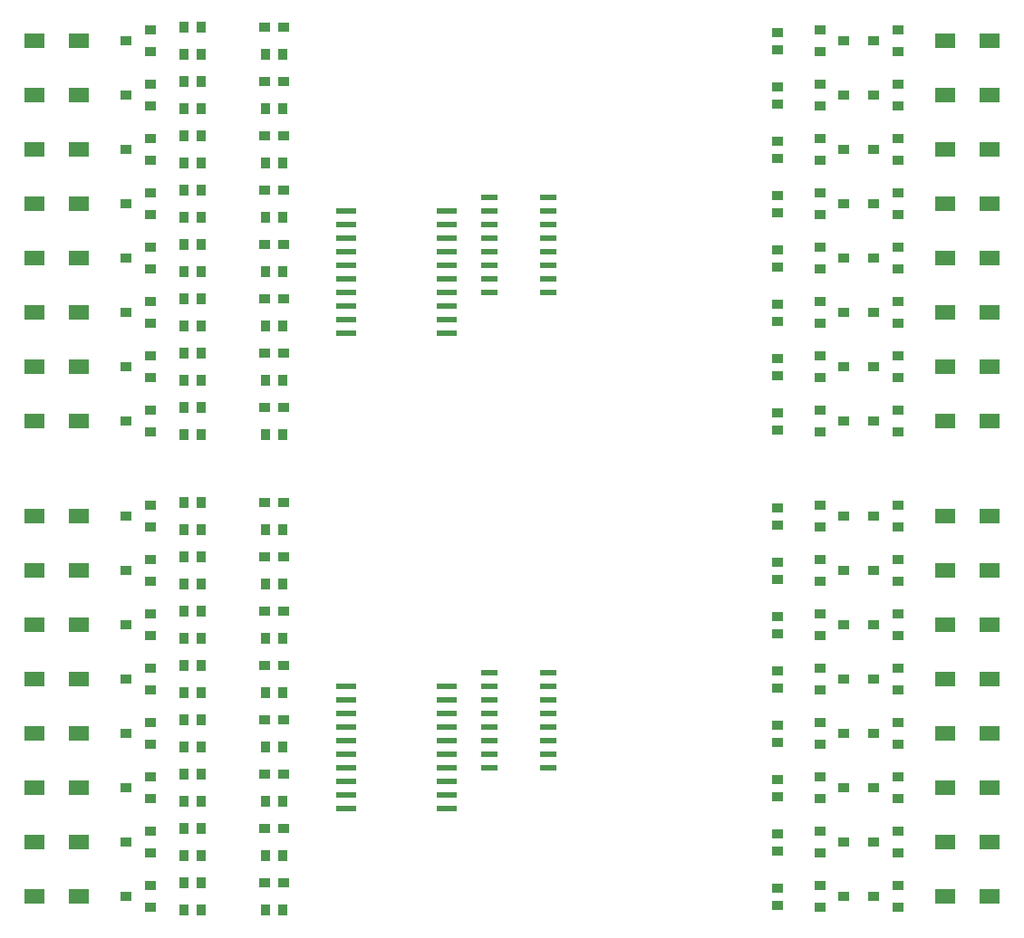
<source format=gbr>
G04 Easy-PC Gerber Version 25.0 Build 5877*
G04 #@! TF.Part,Single*
G04 #@! TF.FileFunction,Paste,Bot*
G04 #@! TF.FilePolarity,Positive*
%FSLAX35Y35*%
%MOIN*%
G04 #@! TA.AperFunction,SMDPad,CuDef*
%ADD22R,0.03600X0.04000*%
%ADD71R,0.05846X0.02303*%
%ADD84R,0.07402X0.02480*%
%ADD87R,0.03898X0.03543*%
%ADD85R,0.04000X0.03600*%
%ADD21R,0.04400X0.03600*%
%ADD86R,0.07264X0.05492*%
G04 #@! TD.AperFunction*
X0Y0D02*
D02*
D71*
X249522Y227750D03*
Y232750D03*
Y237750D03*
Y242750D03*
Y247750D03*
Y252750D03*
Y257750D03*
Y262750D03*
Y402750D03*
Y407750D03*
Y412750D03*
Y417750D03*
Y422750D03*
Y427750D03*
Y432750D03*
Y437750D03*
X270978Y227750D03*
Y232750D03*
Y237750D03*
Y242750D03*
Y247750D03*
Y252750D03*
Y257750D03*
Y262750D03*
Y402750D03*
Y407750D03*
Y412750D03*
Y417750D03*
Y422750D03*
Y427750D03*
Y432750D03*
Y437750D03*
D02*
D21*
X115850Y180250D03*
Y200250D03*
Y220250D03*
Y240250D03*
Y260250D03*
Y280250D03*
Y300250D03*
Y320250D03*
Y355250D03*
Y375250D03*
Y395250D03*
Y415250D03*
Y435250D03*
Y455250D03*
Y475250D03*
Y495250D03*
X124550Y176250D03*
Y184250D03*
Y196250D03*
Y204250D03*
Y216250D03*
Y224250D03*
Y236250D03*
Y244250D03*
Y256250D03*
Y264250D03*
Y276250D03*
Y284250D03*
Y296250D03*
Y304250D03*
Y316250D03*
Y324250D03*
Y351250D03*
Y359250D03*
Y371250D03*
Y379250D03*
Y391250D03*
Y399250D03*
Y411250D03*
Y419250D03*
Y431250D03*
Y439250D03*
Y451250D03*
Y459250D03*
Y471250D03*
Y479250D03*
Y491250D03*
Y499250D03*
X370950Y176250D03*
Y184250D03*
Y196250D03*
Y204250D03*
Y216250D03*
Y224250D03*
Y236250D03*
Y244250D03*
Y256250D03*
Y264250D03*
Y276250D03*
Y284250D03*
Y296250D03*
Y304250D03*
Y316250D03*
Y324250D03*
Y351250D03*
Y359250D03*
Y371250D03*
Y379250D03*
Y391250D03*
Y399250D03*
Y411250D03*
Y419250D03*
Y431250D03*
Y439250D03*
Y451250D03*
Y459250D03*
Y471250D03*
Y479250D03*
Y491250D03*
Y499250D03*
X379650Y180250D03*
Y200250D03*
Y220250D03*
Y240250D03*
Y260250D03*
Y280250D03*
Y300250D03*
Y320250D03*
Y355250D03*
Y375250D03*
Y395250D03*
Y415250D03*
Y435250D03*
Y455250D03*
Y475250D03*
Y495250D03*
X390850Y180250D03*
Y200250D03*
Y220250D03*
Y240250D03*
Y260250D03*
Y280250D03*
Y300250D03*
Y320250D03*
Y355250D03*
Y375250D03*
Y395250D03*
Y415250D03*
Y435250D03*
Y455250D03*
Y475250D03*
Y495250D03*
X399550Y176250D03*
Y184250D03*
Y196250D03*
Y204250D03*
Y216250D03*
Y224250D03*
Y236250D03*
Y244250D03*
Y256250D03*
Y264250D03*
Y276250D03*
Y284250D03*
Y296250D03*
Y304250D03*
Y316250D03*
Y324250D03*
Y351250D03*
Y359250D03*
Y371250D03*
Y379250D03*
Y391250D03*
Y399250D03*
Y411250D03*
Y419250D03*
Y431250D03*
Y439250D03*
Y451250D03*
Y459250D03*
Y471250D03*
Y479250D03*
Y491250D03*
Y499250D03*
D02*
D22*
X137100Y175250D03*
Y185250D03*
Y195250D03*
Y205250D03*
Y215250D03*
Y225250D03*
Y235250D03*
Y245250D03*
Y255250D03*
Y265250D03*
Y275250D03*
Y285250D03*
Y295250D03*
Y305250D03*
Y315250D03*
Y325250D03*
Y350250D03*
Y360250D03*
Y370250D03*
Y380250D03*
Y390250D03*
Y400250D03*
Y410250D03*
Y420250D03*
Y430250D03*
Y440250D03*
Y450250D03*
Y460250D03*
Y470250D03*
Y480250D03*
Y490250D03*
Y500250D03*
X143400Y175250D03*
Y185250D03*
Y195250D03*
Y205250D03*
Y215250D03*
Y225250D03*
Y235250D03*
Y245250D03*
Y255250D03*
Y265250D03*
Y275250D03*
Y285250D03*
Y295250D03*
Y305250D03*
Y315250D03*
Y325250D03*
Y350250D03*
Y360250D03*
Y370250D03*
Y380250D03*
Y390250D03*
Y400250D03*
Y410250D03*
Y420250D03*
Y430250D03*
Y440250D03*
Y450250D03*
Y460250D03*
Y470250D03*
Y480250D03*
Y490250D03*
Y500250D03*
X167100Y175250D03*
Y195250D03*
Y215250D03*
Y235250D03*
Y255250D03*
Y275250D03*
Y295250D03*
Y315250D03*
Y350250D03*
Y370250D03*
Y390250D03*
Y410250D03*
Y430250D03*
Y450250D03*
Y470250D03*
Y490250D03*
X173400Y175250D03*
Y195250D03*
Y215250D03*
Y235250D03*
Y255250D03*
Y275250D03*
Y295250D03*
Y315250D03*
Y350250D03*
Y370250D03*
Y390250D03*
Y410250D03*
Y430250D03*
Y450250D03*
Y470250D03*
Y490250D03*
D02*
D84*
X196648Y212750D03*
Y217750D03*
Y222750D03*
Y227750D03*
Y232750D03*
Y237750D03*
Y242750D03*
Y247750D03*
Y252750D03*
Y257750D03*
Y387750D03*
Y392750D03*
Y397750D03*
Y402750D03*
Y407750D03*
Y412750D03*
Y417750D03*
Y422750D03*
Y427750D03*
Y432750D03*
X233852Y212750D03*
Y217750D03*
Y222750D03*
Y227750D03*
Y232750D03*
Y237750D03*
Y242750D03*
Y247750D03*
Y252750D03*
Y257750D03*
Y387750D03*
Y392750D03*
Y397750D03*
Y402750D03*
Y407750D03*
Y412750D03*
Y417750D03*
Y422750D03*
Y427750D03*
Y432750D03*
D02*
D85*
X355250Y177100D03*
Y183400D03*
Y197100D03*
Y203400D03*
Y217100D03*
Y223400D03*
Y237100D03*
Y243400D03*
Y257100D03*
Y263400D03*
Y277100D03*
Y283400D03*
Y297100D03*
Y303400D03*
Y317100D03*
Y323400D03*
Y352100D03*
Y358400D03*
Y372100D03*
Y378400D03*
Y392100D03*
Y398400D03*
Y412100D03*
Y418400D03*
Y432100D03*
Y438400D03*
Y452100D03*
Y458400D03*
Y472100D03*
Y478400D03*
Y492100D03*
Y498400D03*
D02*
D86*
X81982Y180250D03*
Y200250D03*
Y220250D03*
Y240250D03*
Y260250D03*
Y280250D03*
Y300250D03*
Y320250D03*
Y355250D03*
Y375250D03*
Y395250D03*
Y415250D03*
Y435250D03*
Y455250D03*
Y475250D03*
Y495250D03*
X98518Y180250D03*
Y200250D03*
Y220250D03*
Y240250D03*
Y260250D03*
Y280250D03*
Y300250D03*
Y320250D03*
Y355250D03*
Y375250D03*
Y395250D03*
Y415250D03*
Y435250D03*
Y455250D03*
Y475250D03*
Y495250D03*
X416982Y180250D03*
Y200250D03*
Y220250D03*
Y240250D03*
Y260250D03*
Y280250D03*
Y300250D03*
Y320250D03*
Y355250D03*
Y375250D03*
Y395250D03*
Y415250D03*
Y435250D03*
Y455250D03*
Y475250D03*
Y495250D03*
X433518Y180250D03*
Y200250D03*
Y220250D03*
Y240250D03*
Y260250D03*
Y280250D03*
Y300250D03*
Y320250D03*
Y355250D03*
Y375250D03*
Y395250D03*
Y415250D03*
Y435250D03*
Y455250D03*
Y475250D03*
Y495250D03*
D02*
D87*
X166750Y185250D03*
Y205250D03*
Y225250D03*
Y245250D03*
Y265250D03*
Y285250D03*
Y305250D03*
Y325250D03*
Y360250D03*
Y380250D03*
Y400250D03*
Y420250D03*
Y440250D03*
Y460250D03*
Y480250D03*
Y500250D03*
X173750Y185250D03*
Y205250D03*
Y225250D03*
Y245250D03*
Y265250D03*
Y285250D03*
Y305250D03*
Y325250D03*
Y360250D03*
Y380250D03*
Y400250D03*
Y420250D03*
Y440250D03*
Y460250D03*
Y480250D03*
Y500250D03*
X0Y0D02*
M02*

</source>
